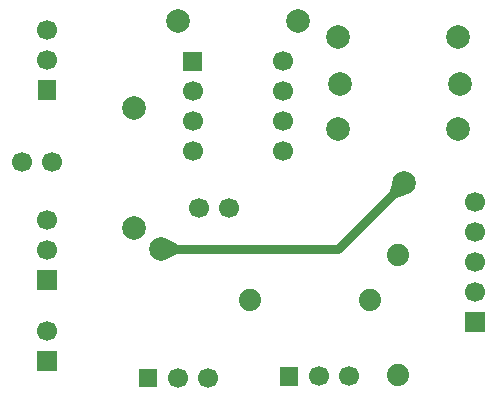
<source format=gtl>
G04 Layer: TopLayer*
G04 EasyEDA v6.4.19.5, 2021-05-18T22:58:39--5:00*
G04 66efe2adf43246afbf7e92f2808a4bb2,00a5ad12733442db97615573759eb5db,10*
G04 Gerber Generator version 0.2*
G04 Scale: 100 percent, Rotated: No, Reflected: No *
G04 Dimensions in millimeters *
G04 leading zeros omitted , absolute positions ,4 integer and 5 decimal *
%FSLAX45Y45*%
%MOMM*%

%ADD11C,0.8000*%
%ADD12C,2.0000*%
%ADD13C,1.7000*%
%ADD14R,1.7000X1.7000*%
%ADD16R,1.5748X1.7000*%
%ADD17C,1.8796*%
%ADD18R,1.8000X1.7000*%

%LPD*%
G36*
X1945741Y1675180D02*
G01*
X1945741Y1525219D01*
X2015743Y1560220D01*
X2015743Y1640179D01*
G37*
G36*
X3837178Y2165248D02*
G01*
X3812438Y2091029D01*
X3869029Y2034438D01*
X3943248Y2059178D01*
G37*
D11*
X1879600Y1600200D02*
G01*
X3378200Y1600200D01*
X3937000Y2159000D01*
D13*
G01*
X4533900Y1993900D03*
G01*
X4533900Y1739900D03*
G01*
X4533900Y1485900D03*
G01*
X4533900Y1231900D03*
D14*
G01*
X4533900Y977900D03*
D13*
G01*
X2273300Y508000D03*
G01*
X2019300Y508000D03*
G36*
X1686560Y586739D02*
G01*
X1844039Y586739D01*
X1844039Y429260D01*
X1686560Y429260D01*
G37*
G01*
X3467100Y520700D03*
G01*
X3213100Y520700D03*
G36*
X2880359Y599439D02*
G01*
X3037840Y599439D01*
X3037840Y441960D01*
X2880359Y441960D01*
G37*
G01*
X914400Y3454400D03*
G01*
X914400Y3200400D03*
D16*
G01*
X914400Y2946400D03*
D14*
G01*
X914400Y647700D03*
D13*
G01*
X914400Y901700D03*
D17*
G01*
X3644900Y1168400D03*
G01*
X2628900Y1168400D03*
G01*
X3886200Y1549400D03*
G01*
X3886200Y533400D03*
D13*
G01*
X914400Y1841500D03*
G01*
X914400Y1587500D03*
D18*
G01*
X914400Y1333500D03*
D13*
G01*
X2197100Y1943100D03*
G01*
X2451100Y1943100D03*
G01*
X2908300Y3187700D03*
G01*
X2908300Y2933700D03*
G01*
X2908300Y2679700D03*
G01*
X2908300Y2425700D03*
G01*
X2146300Y2425700D03*
G01*
X2146300Y2679700D03*
G01*
X2146300Y2933700D03*
G36*
X2066300Y3267547D02*
G01*
X2226299Y3267547D01*
X2226299Y3107547D01*
X2066300Y3107547D01*
G37*
D12*
G01*
X3378200Y2616200D03*
G01*
X4394200Y2616200D03*
G01*
X3390900Y2997200D03*
G01*
X4406900Y2997200D03*
G01*
X3378200Y3390900D03*
G01*
X4394200Y3390900D03*
G01*
X1651000Y1778000D03*
G01*
X1651000Y2794000D03*
G01*
X2019300Y3530600D03*
G01*
X3035300Y3530600D03*
D13*
G01*
X698500Y2336800D03*
G01*
X952500Y2336800D03*
D12*
G01*
X1879600Y1600200D03*
G01*
X3937000Y2159000D03*
M02*

</source>
